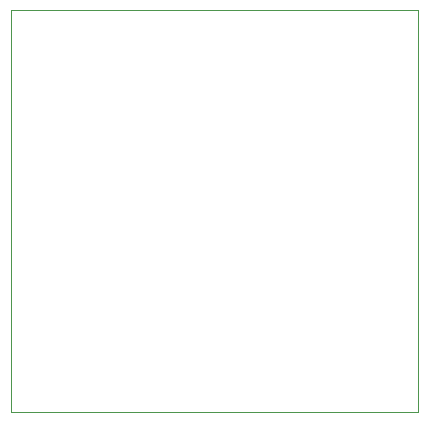
<source format=gbr>
%TF.GenerationSoftware,KiCad,Pcbnew,(5.1.9)-1*%
%TF.CreationDate,2021-09-28T11:41:38-07:00*%
%TF.ProjectId,Apple2to1,4170706c-6532-4746-9f31-2e6b69636164,rev?*%
%TF.SameCoordinates,Original*%
%TF.FileFunction,Profile,NP*%
%FSLAX46Y46*%
G04 Gerber Fmt 4.6, Leading zero omitted, Abs format (unit mm)*
G04 Created by KiCad (PCBNEW (5.1.9)-1) date 2021-09-28 11:41:38*
%MOMM*%
%LPD*%
G01*
G04 APERTURE LIST*
%TA.AperFunction,Profile*%
%ADD10C,0.050000*%
%TD*%
G04 APERTURE END LIST*
D10*
X106000000Y-120000000D02*
X106000000Y-86000000D01*
X140500000Y-120000000D02*
X106000000Y-120000000D01*
X140500000Y-86000000D02*
X140500000Y-120000000D01*
X106000000Y-86000000D02*
X140500000Y-86000000D01*
M02*

</source>
